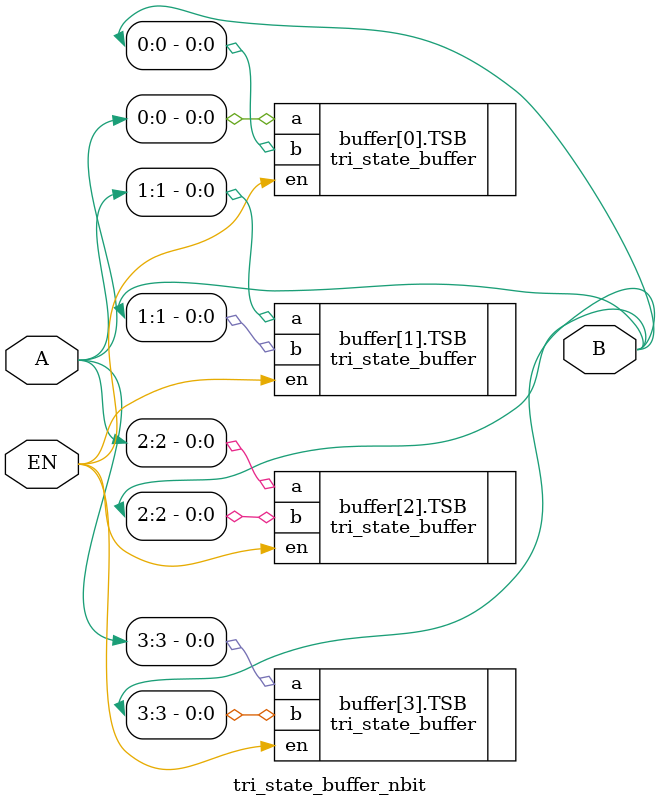
<source format=v>
`timescale 1ns / 1ps


module tri_state_buffer_nbit
#(parameter N = 4)(
    input [N-1:0] A,
    input EN,
    output [N-1:0] B
    );
    
    generate
    genvar k;
    
        for(k = 0; k < N; k = k + 1)
        begin: buffer
            tri_state_buffer TSB (
                .a(A[k]),
                .en(EN),
                .b(B[k])
            );
        end
    endgenerate
    
endmodule

</source>
